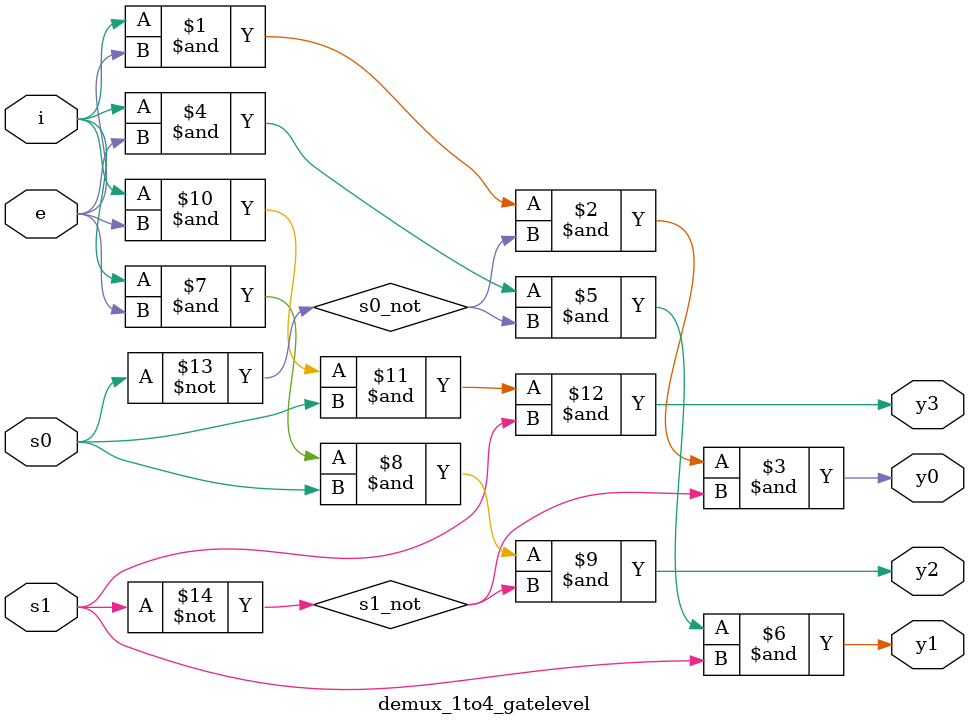
<source format=v>
module  demux_1to4_gatelevel(input i,s0,s1,e, output y0,y1,y2,y3);

wire s0_not,s1_not;

not g0(s0_not,s0);
not g1(s1_not,s1);

and g2(y0,i,e,s0_not,s1_not);
and g3(y1,i,e,s0_not,s1);
and g4(y2,i,e,s0,s1_not);
and g5(y3,i,e,s0,s1);

endmodule
</source>
